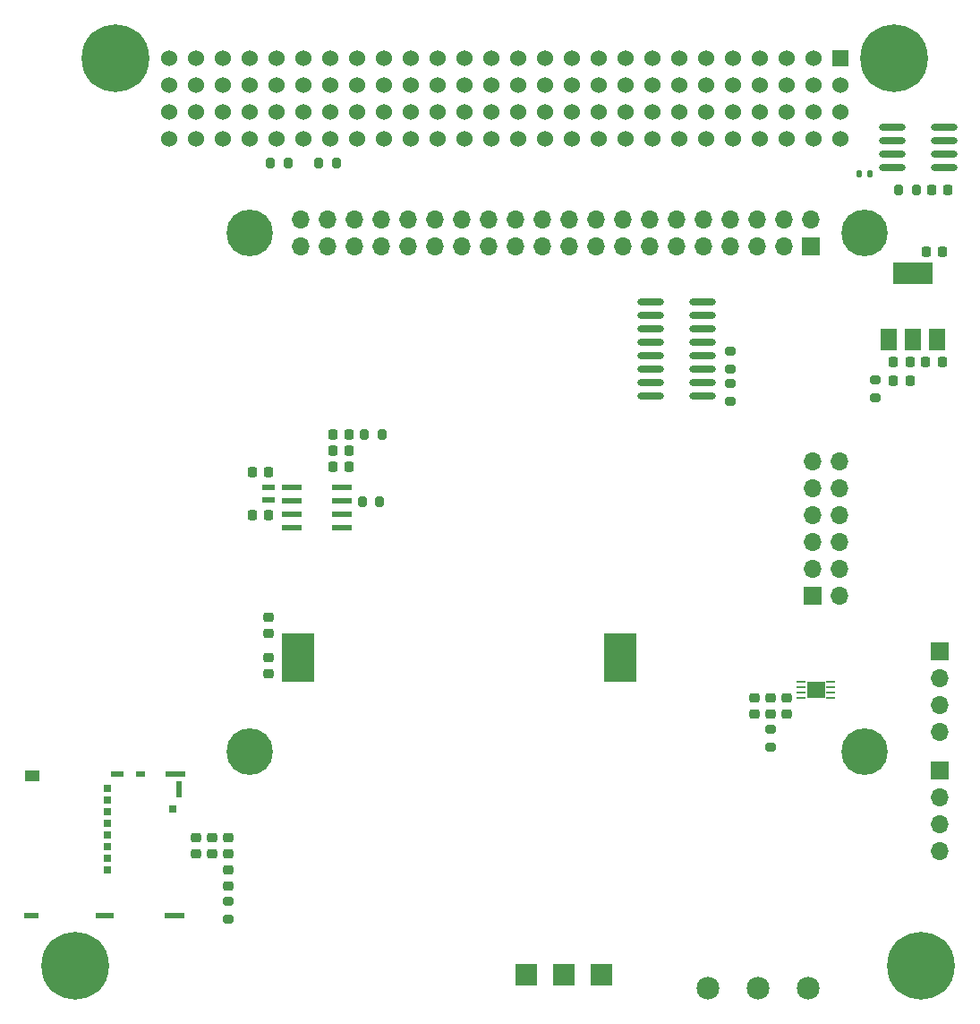
<source format=gts>
G04 #@! TF.GenerationSoftware,KiCad,Pcbnew,(6.0.7)*
G04 #@! TF.CreationDate,2022-12-20T16:10:49-05:00*
G04 #@! TF.ProjectId,obc-db,6f62632d-6462-42e6-9b69-6361645f7063,rev?*
G04 #@! TF.SameCoordinates,Original*
G04 #@! TF.FileFunction,Soldermask,Top*
G04 #@! TF.FilePolarity,Negative*
%FSLAX46Y46*%
G04 Gerber Fmt 4.6, Leading zero omitted, Abs format (unit mm)*
G04 Created by KiCad (PCBNEW (6.0.7)) date 2022-12-20 16:10:49*
%MOMM*%
%LPD*%
G01*
G04 APERTURE LIST*
G04 Aperture macros list*
%AMRoundRect*
0 Rectangle with rounded corners*
0 $1 Rounding radius*
0 $2 $3 $4 $5 $6 $7 $8 $9 X,Y pos of 4 corners*
0 Add a 4 corners polygon primitive as box body*
4,1,4,$2,$3,$4,$5,$6,$7,$8,$9,$2,$3,0*
0 Add four circle primitives for the rounded corners*
1,1,$1+$1,$2,$3*
1,1,$1+$1,$4,$5*
1,1,$1+$1,$6,$7*
1,1,$1+$1,$8,$9*
0 Add four rect primitives between the rounded corners*
20,1,$1+$1,$2,$3,$4,$5,0*
20,1,$1+$1,$4,$5,$6,$7,0*
20,1,$1+$1,$6,$7,$8,$9,0*
20,1,$1+$1,$8,$9,$2,$3,0*%
G04 Aperture macros list end*
%ADD10RoundRect,0.218750X0.256250X-0.218750X0.256250X0.218750X-0.256250X0.218750X-0.256250X-0.218750X0*%
%ADD11RoundRect,0.135000X0.135000X0.185000X-0.135000X0.185000X-0.135000X-0.185000X0.135000X-0.185000X0*%
%ADD12C,6.400000*%
%ADD13C,3.600000*%
%ADD14R,1.500000X2.000000*%
%ADD15R,3.800000X2.000000*%
%ADD16RoundRect,0.200000X-0.275000X0.200000X-0.275000X-0.200000X0.275000X-0.200000X0.275000X0.200000X0*%
%ADD17R,2.000000X2.000000*%
%ADD18RoundRect,0.200000X0.200000X0.275000X-0.200000X0.275000X-0.200000X-0.275000X0.200000X-0.275000X0*%
%ADD19RoundRect,0.225000X0.225000X0.250000X-0.225000X0.250000X-0.225000X-0.250000X0.225000X-0.250000X0*%
%ADD20RoundRect,0.225000X-0.225000X-0.250000X0.225000X-0.250000X0.225000X0.250000X-0.225000X0.250000X0*%
%ADD21C,2.600000*%
%ADD22C,4.400000*%
%ADD23R,3.050000X4.570000*%
%ADD24R,1.700000X1.700000*%
%ADD25O,1.700000X1.700000*%
%ADD26C,2.159000*%
%ADD27R,0.812800X0.254000*%
%ADD28R,1.752600X1.549400*%
%ADD29RoundRect,0.225000X-0.250000X0.225000X-0.250000X-0.225000X0.250000X-0.225000X0.250000X0.225000X0*%
%ADD30RoundRect,0.350001X0.899999X0.000001X0.899999X-0.000001X-0.899999X-0.000001X-0.899999X0.000001X0*%
%ADD31R,1.981200X0.558800*%
%ADD32R,0.711200X0.635000*%
%ADD33R,0.558800X1.549400*%
%ADD34R,0.711200X0.711200*%
%ADD35R,1.447800X0.558800*%
%ADD36R,1.651000X0.508000*%
%ADD37R,1.955800X0.558800*%
%ADD38R,1.854200X0.558800*%
%ADD39R,0.812800X0.508000*%
%ADD40R,1.143000X0.508000*%
%ADD41R,1.473200X1.016000*%
%ADD42RoundRect,0.218750X-0.218750X-0.256250X0.218750X-0.256250X0.218750X0.256250X-0.218750X0.256250X0*%
%ADD43RoundRect,0.218750X0.218750X0.256250X-0.218750X0.256250X-0.218750X-0.256250X0.218750X-0.256250X0*%
%ADD44R,1.524000X1.524000*%
%ADD45C,1.524000*%
%ADD46RoundRect,0.200000X-0.200000X-0.275000X0.200000X-0.275000X0.200000X0.275000X-0.200000X0.275000X0*%
%ADD47R,1.200000X0.600000*%
G04 APERTURE END LIST*
D10*
X128778000Y-130327500D03*
X128778000Y-128752500D03*
D11*
X189486000Y-62992000D03*
X188466000Y-62992000D03*
D12*
X191770000Y-52070000D03*
D13*
X191770000Y-52070000D03*
D10*
X180086000Y-114071500D03*
X180086000Y-112496500D03*
D14*
X191248000Y-78690000D03*
X193548000Y-78690000D03*
D15*
X193548000Y-72390000D03*
D14*
X195848000Y-78690000D03*
D16*
X189992000Y-82487000D03*
X189992000Y-84137000D03*
D17*
X164084000Y-138684000D03*
D18*
X193865000Y-64516000D03*
X192215000Y-64516000D03*
D19*
X196355000Y-70358000D03*
X194805000Y-70358000D03*
D13*
X118110000Y-52070000D03*
D12*
X118110000Y-52070000D03*
D18*
X139001000Y-61976000D03*
X137351000Y-61976000D03*
D20*
X131051000Y-95250000D03*
X132601000Y-95250000D03*
D21*
X188976000Y-117602000D03*
D22*
X188976000Y-117602000D03*
D23*
X135387000Y-108712000D03*
X165857000Y-108712000D03*
D24*
X196088000Y-108077000D03*
D25*
X196088000Y-110617000D03*
X196088000Y-113157000D03*
X196088000Y-115697000D03*
D26*
X183642000Y-139954000D03*
X178891999Y-139954000D03*
X174141999Y-139954000D03*
D27*
X185801000Y-112509651D03*
X185801000Y-112009650D03*
X185801000Y-111509650D03*
X185801000Y-111009649D03*
X183007000Y-111009649D03*
X183007000Y-111509650D03*
X183007000Y-112009650D03*
X183007000Y-112509651D03*
D28*
X184404000Y-111759650D03*
D18*
X143128000Y-93980000D03*
X141478000Y-93980000D03*
D29*
X127254000Y-125717000D03*
X127254000Y-127267000D03*
D12*
X114300000Y-137795000D03*
D13*
X114300000Y-137795000D03*
D16*
X176276000Y-79756000D03*
X176276000Y-81406000D03*
D24*
X183866000Y-69870000D03*
D25*
X183866000Y-67330000D03*
X181326000Y-69870000D03*
X181326000Y-67330000D03*
X178786000Y-69870000D03*
X178786000Y-67330000D03*
X176246000Y-69870000D03*
X176246000Y-67330000D03*
X173706000Y-69870000D03*
X173706000Y-67330000D03*
X171166000Y-69870000D03*
X171166000Y-67330000D03*
X168626000Y-69870000D03*
X168626000Y-67330000D03*
X166086000Y-69870000D03*
X166086000Y-67330000D03*
X163546000Y-69870000D03*
X163546000Y-67330000D03*
X161006000Y-69870000D03*
X161006000Y-67330000D03*
X158466000Y-69870000D03*
X158466000Y-67330000D03*
X155926000Y-69870000D03*
X155926000Y-67330000D03*
X153386000Y-69870000D03*
X153386000Y-67330000D03*
X150846000Y-69870000D03*
X150846000Y-67330000D03*
X148306000Y-69870000D03*
X148306000Y-67330000D03*
X145766000Y-69870000D03*
X145766000Y-67330000D03*
X143226000Y-69870000D03*
X143226000Y-67330000D03*
X140686000Y-69870000D03*
X140686000Y-67330000D03*
X138146000Y-69870000D03*
X138146000Y-67330000D03*
X135606000Y-69870000D03*
X135606000Y-67330000D03*
D29*
X125730000Y-125717000D03*
X125730000Y-127267000D03*
D20*
X131038000Y-91186000D03*
X132588000Y-91186000D03*
D30*
X196506000Y-62357000D03*
X196506000Y-61087000D03*
X196506000Y-59817000D03*
X196506000Y-58547000D03*
X191606000Y-58547000D03*
X191606000Y-59817000D03*
X191606000Y-61087000D03*
X191606000Y-62357000D03*
D10*
X132588000Y-110261500D03*
X132588000Y-108686500D03*
D31*
X134797800Y-92583000D03*
X134797800Y-93853000D03*
X134797800Y-95123000D03*
X134797800Y-96393000D03*
X139522200Y-96393000D03*
X139522200Y-95123000D03*
X139522200Y-93853000D03*
X139522200Y-92583000D03*
D24*
X184113000Y-102845000D03*
D25*
X186653000Y-102845000D03*
X184113000Y-100305000D03*
X186653000Y-100305000D03*
X184113000Y-97765000D03*
X186653000Y-97765000D03*
X184113000Y-95225000D03*
X186653000Y-95225000D03*
X184113000Y-92685000D03*
X186653000Y-92685000D03*
X184113000Y-90145000D03*
X186653000Y-90145000D03*
D32*
X117358492Y-128756749D03*
X117358492Y-127656749D03*
X117358492Y-126556749D03*
X117358492Y-125456748D03*
X117358492Y-124356748D03*
X117358492Y-123256748D03*
X117358492Y-122156750D03*
X117358492Y-121056749D03*
D33*
X124133493Y-121161748D03*
D34*
X123558493Y-123056748D03*
D35*
X110133493Y-133071775D03*
D36*
X117083493Y-133096775D03*
D37*
X123728493Y-133071775D03*
D38*
X123783492Y-119701748D03*
D39*
X120498492Y-119676748D03*
D40*
X118283492Y-119676748D03*
D41*
X110258492Y-119921748D03*
D21*
X130810000Y-68580000D03*
D22*
X130810000Y-68580000D03*
D10*
X128778000Y-127279500D03*
X128778000Y-125704500D03*
X178562000Y-114071500D03*
X178562000Y-112496500D03*
D17*
X156972000Y-138684000D03*
D42*
X191719000Y-82550000D03*
X193294000Y-82550000D03*
D22*
X130810000Y-117602000D03*
D21*
X130810000Y-117602000D03*
D43*
X140233500Y-87630000D03*
X138658500Y-87630000D03*
D44*
X186690000Y-52070000D03*
D45*
X186690000Y-54610000D03*
X184150000Y-52070000D03*
X184150000Y-54610000D03*
X181610000Y-52070000D03*
X181610000Y-54610000D03*
X179070000Y-52070000D03*
X179070000Y-54610000D03*
X176530000Y-52070000D03*
X176530000Y-54610000D03*
X173990000Y-52070000D03*
X173990000Y-54610000D03*
X171450000Y-52070000D03*
X171450000Y-54610000D03*
X168910000Y-52070000D03*
X168910000Y-54610000D03*
X166370000Y-52070000D03*
X166370000Y-54610000D03*
X163830000Y-52070000D03*
X163830000Y-54610000D03*
X161290000Y-52070000D03*
X161290000Y-54610000D03*
X158750000Y-52070000D03*
X158750000Y-54610000D03*
X156210000Y-52070000D03*
X156210000Y-54610000D03*
X153670000Y-52070000D03*
X153670000Y-54610000D03*
X151130000Y-52070000D03*
X151130000Y-54610000D03*
X148590000Y-52070000D03*
X148590000Y-54610000D03*
X146050000Y-52070000D03*
X146050000Y-54610000D03*
X143510000Y-52070000D03*
X143510000Y-54610000D03*
X140970000Y-52070000D03*
X140970000Y-54610000D03*
X138430000Y-52070000D03*
X138430000Y-54610000D03*
X135890000Y-52070000D03*
X135890000Y-54610000D03*
X133350000Y-52070000D03*
X133350000Y-54610000D03*
X130810000Y-52070000D03*
X130810000Y-54610000D03*
X128270000Y-52070000D03*
X128270000Y-54610000D03*
X125730000Y-52070000D03*
X125730000Y-54610000D03*
X123190000Y-52070000D03*
X123190000Y-54610000D03*
X186690000Y-57150000D03*
X186690000Y-59690000D03*
X184150000Y-57150000D03*
X184150000Y-59690000D03*
X181610000Y-57150000D03*
X181610000Y-59690000D03*
X179070000Y-57150000D03*
X179070000Y-59690000D03*
X176530000Y-57150000D03*
X176530000Y-59690000D03*
X173990000Y-57150000D03*
X173990000Y-59690000D03*
X171450000Y-57150000D03*
X171450000Y-59690000D03*
X168910000Y-57150000D03*
X168910000Y-59690000D03*
X166370000Y-57150000D03*
X166370000Y-59690000D03*
X163830000Y-57150000D03*
X163830000Y-59690000D03*
X161290000Y-57150000D03*
X161290000Y-59690000D03*
X158750000Y-57150000D03*
X158750000Y-59690000D03*
X156210000Y-57150000D03*
X156210000Y-59690000D03*
X153670000Y-57150000D03*
X153670000Y-59690000D03*
X151130000Y-57150000D03*
X151130000Y-59690000D03*
X148590000Y-57150000D03*
X148590000Y-59690000D03*
X146050000Y-57150000D03*
X146050000Y-59690000D03*
X143510000Y-57150000D03*
X143510000Y-59690000D03*
X140970000Y-57150000D03*
X140970000Y-59690000D03*
X138430000Y-57150000D03*
X138430000Y-59690000D03*
X135890000Y-57150000D03*
X135890000Y-59690000D03*
X133350000Y-57150000D03*
X133350000Y-59690000D03*
X130810000Y-57150000D03*
X130810000Y-59690000D03*
X128270000Y-57150000D03*
X128270000Y-59690000D03*
X125730000Y-57150000D03*
X125730000Y-59690000D03*
X123190000Y-57150000D03*
X123190000Y-59690000D03*
D30*
X173646000Y-84010000D03*
X173646000Y-82740000D03*
X173646000Y-81470000D03*
X173646000Y-80200000D03*
X173646000Y-78930000D03*
X173646000Y-77660000D03*
X173646000Y-76390000D03*
X173646000Y-75120000D03*
X168746000Y-75120000D03*
X168746000Y-76390000D03*
X168746000Y-77660000D03*
X168746000Y-78930000D03*
X168746000Y-80200000D03*
X168746000Y-81470000D03*
X168746000Y-82740000D03*
X168746000Y-84010000D03*
D42*
X194741500Y-80772000D03*
X196316500Y-80772000D03*
D16*
X128778000Y-131763000D03*
X128778000Y-133413000D03*
D46*
X132779000Y-61976000D03*
X134429000Y-61976000D03*
D22*
X188976000Y-68580000D03*
D21*
X188976000Y-68580000D03*
D29*
X181610000Y-112509000D03*
X181610000Y-114059000D03*
D42*
X138658500Y-89154000D03*
X140233500Y-89154000D03*
D17*
X160528000Y-138684000D03*
D46*
X141669000Y-87630000D03*
X143319000Y-87630000D03*
D47*
X132588000Y-92618000D03*
X132588000Y-93818000D03*
D16*
X180086000Y-115507000D03*
X180086000Y-117157000D03*
D13*
X194310000Y-137795000D03*
D12*
X194310000Y-137795000D03*
D10*
X132588000Y-106451500D03*
X132588000Y-104876500D03*
D16*
X176276000Y-82804000D03*
X176276000Y-84454000D03*
D20*
X138658000Y-90678000D03*
X140208000Y-90678000D03*
D24*
X196088000Y-119380000D03*
D25*
X196088000Y-121920000D03*
X196088000Y-124460000D03*
X196088000Y-127000000D03*
D20*
X191731500Y-80772000D03*
X193281500Y-80772000D03*
D42*
X195300500Y-64516000D03*
X196875500Y-64516000D03*
M02*

</source>
